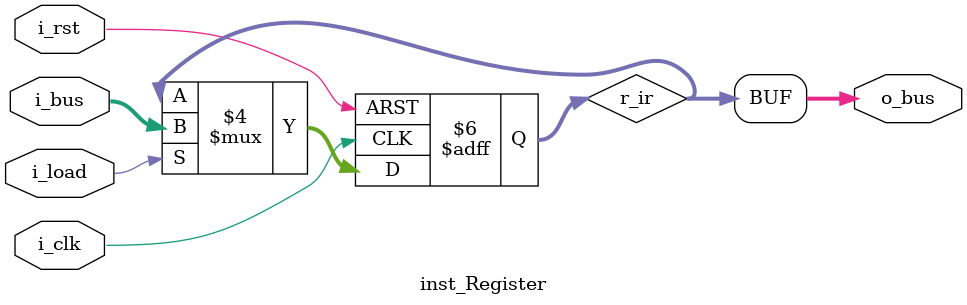
<source format=v>
`timescale 1ns / 1ps


module inst_Register(
    //inputs
    input i_clk,
    input i_rst,
    input i_load,

    input [7:0]i_bus,

    //outputs
    output [7:0]o_bus


    );

    reg [7:0] r_ir;

    always @(posedge i_clk or posedge i_rst) begin
        if (i_rst == 1'b1)begin
            r_ir <= 8'b0;
        end else if (i_load == 1'b1)begin
            r_ir <= i_bus;
        end
        
    end

    assign o_bus = r_ir;

    //template
    // inst_Register(
    //     .i_clk(),
    //     .i_rst(),
    //     .i_load(),
    //     .i_bus(),
    //     .o_bus()
    // );
endmodule

</source>
